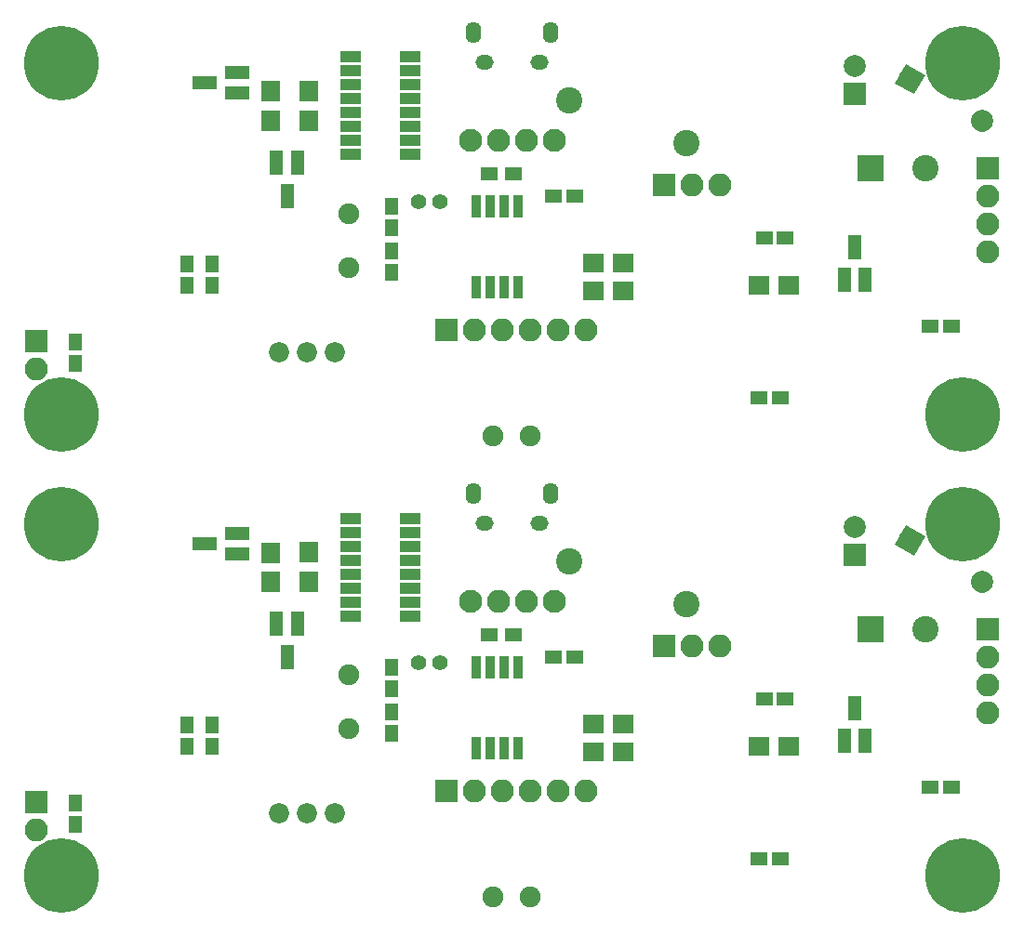
<source format=gbs>
%MOIN*%
%OFA0B0*%
%FSLAX46Y46*%
%IPPOS*%
%LPD*%
%ADD10R,0.047244094488188976X0.0905511811023622*%
%ADD11C,0.082677165354330714*%
%ADD12O,0.082677165354330714X0.082677165354330714*%
%ADD13R,0.082677165354330714X0.082677165354330714*%
%ADD14R,0.074803149606299218X0.03937007874015748*%
%ADD15C,0.26771653543307089*%
%ADD16R,0.062992125984251982X0.051181102362204731*%
%ADD17R,0.0452755905511811X0.062992125984251982*%
%ADD18C,0.094488188976377951*%
%ADD19R,0.094488188976377951X0.094488188976377951*%
%ADD20C,0.07874015748031496*%
%ADD21R,0.07874015748031496X0.07874015748031496*%
%ADD22R,0.062992125984251982X0.0452755905511811*%
%ADD23C,0.07874015748031496*%
%ADD24C,0.0039370078740157488*%
%ADD25O,0.055118110236220472X0.076771653543307089*%
%ADD26O,0.064960629921259838X0.053149606299212608*%
%ADD27R,0.0905511811023622X0.047244094488188976*%
%ADD28R,0.066929133858267723X0.074803149606299218*%
%ADD29C,0.074803149606299218*%
%ADD30R,0.074803149606299218X0.066929133858267723*%
%ADD31C,0.072440944881889777*%
%ADD32R,0.037401574803149609X0.084645669291338585*%
%ADD33C,0.055118110236220472*%
%ADD44R,0.047244094488188976X0.0905511811023622*%
%ADD45C,0.082677165354330714*%
%ADD46O,0.082677165354330714X0.082677165354330714*%
%ADD47R,0.082677165354330714X0.082677165354330714*%
%ADD48R,0.074803149606299218X0.03937007874015748*%
%ADD49C,0.26771653543307089*%
%ADD50R,0.062992125984251982X0.051181102362204731*%
%ADD51R,0.0452755905511811X0.062992125984251982*%
%ADD52C,0.094488188976377951*%
%ADD53R,0.094488188976377951X0.094488188976377951*%
%ADD54C,0.07874015748031496*%
%ADD55R,0.07874015748031496X0.07874015748031496*%
%ADD56R,0.062992125984251982X0.0452755905511811*%
%ADD57C,0.07874015748031496*%
%ADD58C,0.0039370078740157488*%
%ADD59O,0.055118110236220472X0.076771653543307089*%
%ADD60O,0.064960629921259838X0.053149606299212608*%
%ADD61R,0.0905511811023622X0.047244094488188976*%
%ADD62R,0.066929133858267723X0.074803149606299218*%
%ADD63C,0.074803149606299218*%
%ADD64R,0.074803149606299218X0.066929133858267723*%
%ADD65C,0.072440944881889777*%
%ADD66R,0.037401574803149609X0.084645669291338585*%
%ADD67C,0.055118110236220472*%
%LPD*%
D10*
X0000669291Y0002480314D02*
X0003181889Y0002458425D03*
X0003144488Y0002340314D03*
X0003219291Y0002340314D03*
D11*
X0001803307Y0002842992D03*
D12*
X0001903307Y0002842992D03*
X0002003307Y0002842992D03*
D11*
X0002103307Y0002842992D03*
D13*
X0001719291Y0002160314D03*
D12*
X0001819291Y0002160314D03*
X0001919291Y0002160314D03*
X0002019291Y0002160314D03*
X0002119291Y0002160314D03*
X0002219291Y0002160314D03*
D14*
X0001374566Y0003139842D03*
X0001374566Y0003089842D03*
X0001374566Y0003039842D03*
X0001374566Y0002989842D03*
X0001374566Y0002939842D03*
X0001374566Y0002889842D03*
X0001374566Y0002839842D03*
X0001374566Y0002789842D03*
X0001587165Y0002789842D03*
X0001587165Y0002839842D03*
X0001587165Y0002889842D03*
X0001587165Y0002939842D03*
X0001587165Y0002989842D03*
X0001587165Y0003039842D03*
X0001587165Y0003089842D03*
X0001587165Y0003139842D03*
D15*
X0003567480Y0001858740D03*
X0003567480Y0003118582D03*
X0000339133Y0001858740D03*
X0000339133Y0003118582D03*
D16*
X0001872677Y0002720314D03*
X0001959291Y0002720314D03*
D17*
X0000879291Y0002397716D03*
X0000879291Y0002322913D03*
D18*
X0003436141Y0002740314D03*
D19*
X0003239291Y0002740314D03*
D17*
X0001520236Y0002369015D03*
X0001520236Y0002443818D03*
X0001520236Y0002603818D03*
X0001520236Y0002529015D03*
D20*
X0003180393Y0003107637D03*
D21*
X0003180393Y0003009212D03*
D17*
X0000389291Y0002042913D03*
X0000389291Y0002117716D03*
X0000789291Y0002397716D03*
X0000789291Y0002322913D03*
D22*
X0002914094Y0001917795D03*
X0002839291Y0001917795D03*
X0003451889Y0002173700D03*
X0003526692Y0002173700D03*
X0002857716Y0002491606D03*
X0002932519Y0002491606D03*
X0002101889Y0002640314D03*
X0002176692Y0002640314D03*
D20*
X0003639098Y0002910314D03*
D23*
X0003639098Y0002910314D02*
X0003639098Y0002910314D01*
D20*
X0003379291Y0003060314D03*
D24*
G36*
X0003325510Y0003045904D02*
G01*
X0003364880Y0003114095D01*
X0003433071Y0003074725D01*
X0003393701Y0003006534D01*
X0003325510Y0003045904D01*
X0003325510Y0003045904D01*
G37*
D18*
X0002157539Y0002983820D03*
X0002579291Y0002830314D03*
D25*
X0001814566Y0003227362D03*
X0002090157Y0003227362D03*
D26*
X0001853937Y0003121062D03*
X0002050787Y0003121062D03*
D12*
X0000249291Y0002020314D03*
D13*
X0000249291Y0002120314D03*
D12*
X0002699291Y0002680314D03*
X0002599291Y0002680314D03*
D13*
X0002499291Y0002680314D03*
D10*
X0001108818Y0002760314D03*
X0001183622Y0002760314D03*
X0001146220Y0002642204D03*
D27*
X0000850944Y0003047913D03*
X0000969055Y0003010511D03*
X0000969055Y0003085314D03*
D28*
X0001224960Y0002911692D03*
X0001224960Y0003017992D03*
X0001087165Y0002910314D03*
X0001087165Y0003016614D03*
D29*
X0002019291Y0001780314D03*
X0001885433Y0001780314D03*
D30*
X0002839291Y0002320314D03*
X0002945590Y0002320314D03*
X0002352440Y0002400314D03*
X0002246141Y0002400314D03*
X0002246141Y0002300314D03*
X0002352440Y0002300314D03*
D31*
X0001319291Y0002080314D03*
X0001219291Y0002080314D03*
X0001119291Y0002080314D03*
D13*
X0003659291Y0002740314D03*
D12*
X0003659291Y0002640314D03*
X0003659291Y0002540314D03*
X0003659291Y0002440314D03*
D32*
X0001824291Y0002314645D03*
X0001874291Y0002314645D03*
X0001924291Y0002314645D03*
X0001974291Y0002314645D03*
X0001974291Y0002605984D03*
X0001924291Y0002605984D03*
X0001874291Y0002605984D03*
X0001824291Y0002605984D03*
D29*
X0001366220Y0002578543D03*
X0001366220Y0002386417D03*
D33*
X0001619291Y0002620314D03*
X0001694094Y0002620314D03*
G04 next file*
%LPD*%
G04 #@! TF.GenerationSoftware,KiCad,Pcbnew,(5.1.0)-1*
G04 #@! TF.CreationDate,2020-04-13T11:23:52+02:00*
G04 #@! TF.ProjectId,objet_chambre,6f626a65-745f-4636-9861-6d6272652e6b,rev?*
G04 #@! TF.SameCoordinates,PX9fa1b90PY2b1e160*
G04 #@! TF.FileFunction,Soldermask,Bot*
G04 #@! TF.FilePolarity,Negative*
G04 Gerber Fmt 4.6, Leading zero omitted, Abs format (unit mm)*
G04 Created by KiCad (PCBNEW (5.1.0)-1) date 2020-04-13 11:23:52*
G04 APERTURE LIST*
G04 APERTURE END LIST*
D44*
X0000669291Y0000826771D02*
X0003181889Y0000804881D03*
X0003144488Y0000686771D03*
X0003219291Y0000686771D03*
D45*
X0001803307Y0001189448D03*
D46*
X0001903307Y0001189448D03*
X0002003307Y0001189448D03*
D45*
X0002103307Y0001189448D03*
D47*
X0001719291Y0000506771D03*
D46*
X0001819291Y0000506771D03*
X0001919291Y0000506771D03*
X0002019291Y0000506771D03*
X0002119291Y0000506771D03*
X0002219291Y0000506771D03*
D48*
X0001374566Y0001486299D03*
X0001374566Y0001436299D03*
X0001374566Y0001386299D03*
X0001374566Y0001336299D03*
X0001374566Y0001286299D03*
X0001374566Y0001236299D03*
X0001374566Y0001186299D03*
X0001374566Y0001136299D03*
X0001587165Y0001136299D03*
X0001587165Y0001186299D03*
X0001587165Y0001236299D03*
X0001587165Y0001286299D03*
X0001587165Y0001336299D03*
X0001587165Y0001386299D03*
X0001587165Y0001436299D03*
X0001587165Y0001486299D03*
D49*
X0003567480Y0000205196D03*
X0003567480Y0001465039D03*
X0000339133Y0000205196D03*
X0000339133Y0001465039D03*
D50*
X0001872677Y0001066771D03*
X0001959291Y0001066771D03*
D51*
X0000879291Y0000744173D03*
X0000879291Y0000669370D03*
D52*
X0003436141Y0001086771D03*
D53*
X0003239291Y0001086771D03*
D51*
X0001520236Y0000715472D03*
X0001520236Y0000790275D03*
X0001520236Y0000950275D03*
X0001520236Y0000875472D03*
D54*
X0003180393Y0001454094D03*
D55*
X0003180393Y0001355669D03*
D51*
X0000389291Y0000389370D03*
X0000389291Y0000464173D03*
X0000789291Y0000744173D03*
X0000789291Y0000669370D03*
D56*
X0002914094Y0000264251D03*
X0002839291Y0000264251D03*
X0003451889Y0000520157D03*
X0003526692Y0000520157D03*
X0002857716Y0000838062D03*
X0002932519Y0000838062D03*
X0002101889Y0000986771D03*
X0002176692Y0000986771D03*
D54*
X0003639098Y0001256771D03*
D57*
X0003639098Y0001256771D02*
X0003639098Y0001256771D01*
D54*
X0003379291Y0001406771D03*
D58*
G36*
X0003325510Y0001392361D02*
G01*
X0003364880Y0001460552D01*
X0003433071Y0001421182D01*
X0003393701Y0001352991D01*
X0003325510Y0001392361D01*
X0003325510Y0001392361D01*
G37*
D52*
X0002157539Y0001330276D03*
X0002579291Y0001176771D03*
D59*
X0001814566Y0001573818D03*
X0002090157Y0001573818D03*
D60*
X0001853937Y0001467519D03*
X0002050787Y0001467519D03*
D46*
X0000249291Y0000366771D03*
D47*
X0000249291Y0000466771D03*
D46*
X0002699291Y0001026771D03*
X0002599291Y0001026771D03*
D47*
X0002499291Y0001026771D03*
D44*
X0001108818Y0001106771D03*
X0001183622Y0001106771D03*
X0001146220Y0000988661D03*
D61*
X0000850944Y0001394370D03*
X0000969055Y0001356968D03*
X0000969055Y0001431771D03*
D62*
X0001224960Y0001258149D03*
X0001224960Y0001364448D03*
X0001087165Y0001256771D03*
X0001087165Y0001363070D03*
D63*
X0002019291Y0000126771D03*
X0001885433Y0000126771D03*
D64*
X0002839291Y0000666771D03*
X0002945590Y0000666771D03*
X0002352440Y0000746771D03*
X0002246141Y0000746771D03*
X0002246141Y0000646771D03*
X0002352440Y0000646771D03*
D65*
X0001319291Y0000426771D03*
X0001219291Y0000426771D03*
X0001119291Y0000426771D03*
D47*
X0003659291Y0001086771D03*
D46*
X0003659291Y0000986771D03*
X0003659291Y0000886771D03*
X0003659291Y0000786771D03*
D66*
X0001824291Y0000661102D03*
X0001874291Y0000661102D03*
X0001924291Y0000661102D03*
X0001974291Y0000661102D03*
X0001974291Y0000952440D03*
X0001924291Y0000952440D03*
X0001874291Y0000952440D03*
X0001824291Y0000952440D03*
D63*
X0001366220Y0000925000D03*
X0001366220Y0000732874D03*
D67*
X0001619291Y0000966771D03*
X0001694094Y0000966771D03*
M02*
</source>
